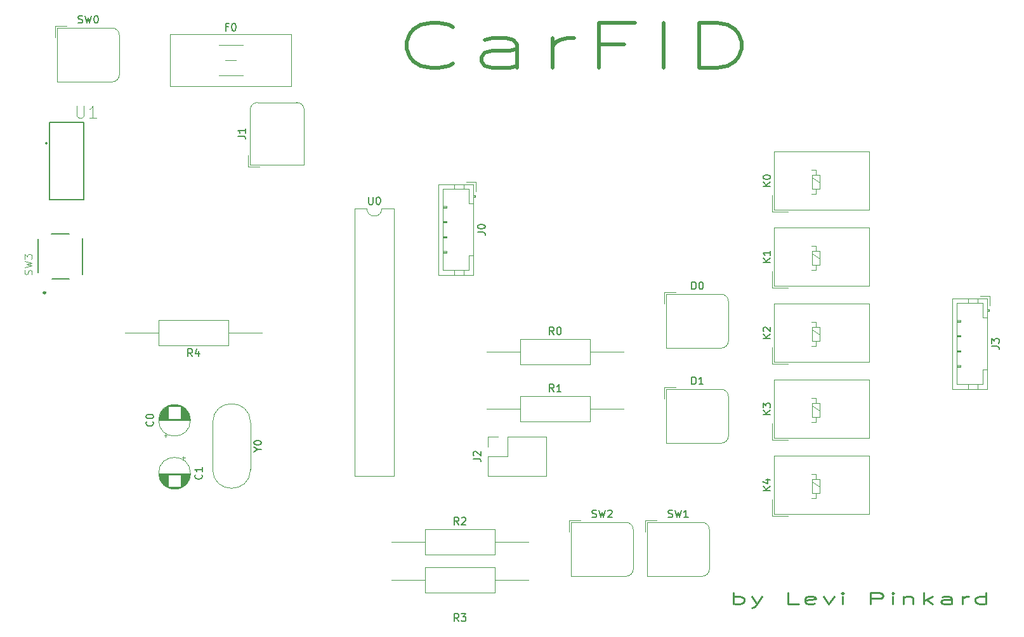
<source format=gbr>
%TF.GenerationSoftware,KiCad,Pcbnew,(5.99.0-7306-g4b2d9a5054)*%
%TF.CreationDate,2020-12-03T04:12:58-05:00*%
%TF.ProjectId,CaRFID,43615246-4944-42e6-9b69-6361645f7063,rev?*%
%TF.SameCoordinates,Original*%
%TF.FileFunction,Legend,Top*%
%TF.FilePolarity,Positive*%
%FSLAX46Y46*%
G04 Gerber Fmt 4.6, Leading zero omitted, Abs format (unit mm)*
G04 Created by KiCad (PCBNEW (5.99.0-7306-g4b2d9a5054)) date 2020-12-03 04:12:58*
%MOMM*%
%LPD*%
G01*
G04 APERTURE LIST*
%ADD10C,0.250000*%
%ADD11C,0.500000*%
%ADD12C,0.015000*%
%ADD13C,0.150000*%
%ADD14C,0.200000*%
%ADD15C,0.152400*%
%ADD16C,0.120000*%
%ADD17C,0.127000*%
%ADD18C,0.300000*%
G04 APERTURE END LIST*
D10*
X112682857Y-125138571D02*
X112682857Y-123638571D01*
X112682857Y-124210000D02*
X112968571Y-124138571D01*
X113540000Y-124138571D01*
X113825714Y-124210000D01*
X113968571Y-124281428D01*
X114111428Y-124424285D01*
X114111428Y-124852857D01*
X113968571Y-124995714D01*
X113825714Y-125067142D01*
X113540000Y-125138571D01*
X112968571Y-125138571D01*
X112682857Y-125067142D01*
X115111428Y-124138571D02*
X115825714Y-125138571D01*
X116540000Y-124138571D02*
X115825714Y-125138571D01*
X115540000Y-125495714D01*
X115397142Y-125567142D01*
X115111428Y-125638571D01*
X121397142Y-125138571D02*
X119968571Y-125138571D01*
X119968571Y-123638571D01*
X123540000Y-125067142D02*
X123254285Y-125138571D01*
X122682857Y-125138571D01*
X122397142Y-125067142D01*
X122254285Y-124924285D01*
X122254285Y-124352857D01*
X122397142Y-124210000D01*
X122682857Y-124138571D01*
X123254285Y-124138571D01*
X123540000Y-124210000D01*
X123682857Y-124352857D01*
X123682857Y-124495714D01*
X122254285Y-124638571D01*
X124682857Y-124138571D02*
X125397142Y-125138571D01*
X126111428Y-124138571D01*
X127254285Y-125138571D02*
X127254285Y-124138571D01*
X127254285Y-123638571D02*
X127111428Y-123710000D01*
X127254285Y-123781428D01*
X127397142Y-123710000D01*
X127254285Y-123638571D01*
X127254285Y-123781428D01*
X130968571Y-125138571D02*
X130968571Y-123638571D01*
X132111428Y-123638571D01*
X132397142Y-123710000D01*
X132540000Y-123781428D01*
X132682857Y-123924285D01*
X132682857Y-124138571D01*
X132540000Y-124281428D01*
X132397142Y-124352857D01*
X132111428Y-124424285D01*
X130968571Y-124424285D01*
X133968571Y-125138571D02*
X133968571Y-124138571D01*
X133968571Y-123638571D02*
X133825714Y-123710000D01*
X133968571Y-123781428D01*
X134111428Y-123710000D01*
X133968571Y-123638571D01*
X133968571Y-123781428D01*
X135397142Y-124138571D02*
X135397142Y-125138571D01*
X135397142Y-124281428D02*
X135540000Y-124210000D01*
X135825714Y-124138571D01*
X136254285Y-124138571D01*
X136540000Y-124210000D01*
X136682857Y-124352857D01*
X136682857Y-125138571D01*
X138111428Y-125138571D02*
X138111428Y-123638571D01*
X138397142Y-124567142D02*
X139254285Y-125138571D01*
X139254285Y-124138571D02*
X138111428Y-124710000D01*
X141825714Y-125138571D02*
X141825714Y-124352857D01*
X141682857Y-124210000D01*
X141397142Y-124138571D01*
X140825714Y-124138571D01*
X140540000Y-124210000D01*
X141825714Y-125067142D02*
X141540000Y-125138571D01*
X140825714Y-125138571D01*
X140540000Y-125067142D01*
X140397142Y-124924285D01*
X140397142Y-124781428D01*
X140540000Y-124638571D01*
X140825714Y-124567142D01*
X141540000Y-124567142D01*
X141825714Y-124495714D01*
X143254285Y-125138571D02*
X143254285Y-124138571D01*
X143254285Y-124424285D02*
X143397142Y-124281428D01*
X143540000Y-124210000D01*
X143825714Y-124138571D01*
X144111428Y-124138571D01*
X146397142Y-125138571D02*
X146397142Y-123638571D01*
X146397142Y-125067142D02*
X146111428Y-125138571D01*
X145540000Y-125138571D01*
X145254285Y-125067142D01*
X145111428Y-124995714D01*
X144968571Y-124852857D01*
X144968571Y-124424285D01*
X145111428Y-124281428D01*
X145254285Y-124210000D01*
X145540000Y-124138571D01*
X146111428Y-124138571D01*
X146397142Y-124210000D01*
D11*
X75249523Y-52942857D02*
X74773333Y-53228571D01*
X73344761Y-53514285D01*
X72392380Y-53514285D01*
X70963809Y-53228571D01*
X70011428Y-52657142D01*
X69535238Y-52085714D01*
X69059047Y-50942857D01*
X69059047Y-50085714D01*
X69535238Y-48942857D01*
X70011428Y-48371428D01*
X70963809Y-47800000D01*
X72392380Y-47514285D01*
X73344761Y-47514285D01*
X74773333Y-47800000D01*
X75249523Y-48085714D01*
X83820952Y-53514285D02*
X83820952Y-50371428D01*
X83344761Y-49800000D01*
X82392380Y-49514285D01*
X80487619Y-49514285D01*
X79535238Y-49800000D01*
X83820952Y-53228571D02*
X82868571Y-53514285D01*
X80487619Y-53514285D01*
X79535238Y-53228571D01*
X79059047Y-52657142D01*
X79059047Y-52085714D01*
X79535238Y-51514285D01*
X80487619Y-51228571D01*
X82868571Y-51228571D01*
X83820952Y-50942857D01*
X88582857Y-53514285D02*
X88582857Y-49514285D01*
X88582857Y-50657142D02*
X89059047Y-50085714D01*
X89535238Y-49800000D01*
X90487619Y-49514285D01*
X91440000Y-49514285D01*
X98106666Y-50371428D02*
X94773333Y-50371428D01*
X94773333Y-53514285D02*
X94773333Y-47514285D01*
X99535238Y-47514285D01*
X103344761Y-53514285D02*
X103344761Y-47514285D01*
X108106666Y-53514285D02*
X108106666Y-47514285D01*
X110487619Y-47514285D01*
X111916190Y-47800000D01*
X112868571Y-48371428D01*
X113344761Y-48942857D01*
X113820952Y-50085714D01*
X113820952Y-50942857D01*
X113344761Y-52085714D01*
X112868571Y-52657142D01*
X111916190Y-53228571D01*
X110487619Y-53514285D01*
X108106666Y-53514285D01*
D12*
%TO.C,U1*%
X25069404Y-58593990D02*
X25069404Y-59922769D01*
X25147567Y-60079096D01*
X25225731Y-60157259D01*
X25382058Y-60235423D01*
X25694712Y-60235423D01*
X25851039Y-60157259D01*
X25929202Y-60079096D01*
X26007366Y-59922769D01*
X26007366Y-58593990D01*
X27648799Y-60235423D02*
X26710837Y-60235423D01*
X27179818Y-60235423D02*
X27179818Y-58593990D01*
X27023491Y-58828480D01*
X26867164Y-58984807D01*
X26710837Y-59062970D01*
D13*
%TO.C,SW0*%
X25256666Y-47504761D02*
X25399523Y-47552380D01*
X25637619Y-47552380D01*
X25732857Y-47504761D01*
X25780476Y-47457142D01*
X25828095Y-47361904D01*
X25828095Y-47266666D01*
X25780476Y-47171428D01*
X25732857Y-47123809D01*
X25637619Y-47076190D01*
X25447142Y-47028571D01*
X25351904Y-46980952D01*
X25304285Y-46933333D01*
X25256666Y-46838095D01*
X25256666Y-46742857D01*
X25304285Y-46647619D01*
X25351904Y-46600000D01*
X25447142Y-46552380D01*
X25685238Y-46552380D01*
X25828095Y-46600000D01*
X26161428Y-46552380D02*
X26399523Y-47552380D01*
X26590000Y-46838095D01*
X26780476Y-47552380D01*
X27018571Y-46552380D01*
X27590000Y-46552380D02*
X27685238Y-46552380D01*
X27780476Y-46600000D01*
X27828095Y-46647619D01*
X27875714Y-46742857D01*
X27923333Y-46933333D01*
X27923333Y-47171428D01*
X27875714Y-47361904D01*
X27828095Y-47457142D01*
X27780476Y-47504761D01*
X27685238Y-47552380D01*
X27590000Y-47552380D01*
X27494761Y-47504761D01*
X27447142Y-47457142D01*
X27399523Y-47361904D01*
X27351904Y-47171428D01*
X27351904Y-46933333D01*
X27399523Y-46742857D01*
X27447142Y-46647619D01*
X27494761Y-46600000D01*
X27590000Y-46552380D01*
%TO.C,SW1*%
X103996666Y-113544761D02*
X104139523Y-113592380D01*
X104377619Y-113592380D01*
X104472857Y-113544761D01*
X104520476Y-113497142D01*
X104568095Y-113401904D01*
X104568095Y-113306666D01*
X104520476Y-113211428D01*
X104472857Y-113163809D01*
X104377619Y-113116190D01*
X104187142Y-113068571D01*
X104091904Y-113020952D01*
X104044285Y-112973333D01*
X103996666Y-112878095D01*
X103996666Y-112782857D01*
X104044285Y-112687619D01*
X104091904Y-112640000D01*
X104187142Y-112592380D01*
X104425238Y-112592380D01*
X104568095Y-112640000D01*
X104901428Y-112592380D02*
X105139523Y-113592380D01*
X105330000Y-112878095D01*
X105520476Y-113592380D01*
X105758571Y-112592380D01*
X106663333Y-113592380D02*
X106091904Y-113592380D01*
X106377619Y-113592380D02*
X106377619Y-112592380D01*
X106282380Y-112735238D01*
X106187142Y-112830476D01*
X106091904Y-112878095D01*
%TO.C,SW2*%
X93836666Y-113544761D02*
X93979523Y-113592380D01*
X94217619Y-113592380D01*
X94312857Y-113544761D01*
X94360476Y-113497142D01*
X94408095Y-113401904D01*
X94408095Y-113306666D01*
X94360476Y-113211428D01*
X94312857Y-113163809D01*
X94217619Y-113116190D01*
X94027142Y-113068571D01*
X93931904Y-113020952D01*
X93884285Y-112973333D01*
X93836666Y-112878095D01*
X93836666Y-112782857D01*
X93884285Y-112687619D01*
X93931904Y-112640000D01*
X94027142Y-112592380D01*
X94265238Y-112592380D01*
X94408095Y-112640000D01*
X94741428Y-112592380D02*
X94979523Y-113592380D01*
X95170000Y-112878095D01*
X95360476Y-113592380D01*
X95598571Y-112592380D01*
X95931904Y-112687619D02*
X95979523Y-112640000D01*
X96074761Y-112592380D01*
X96312857Y-112592380D01*
X96408095Y-112640000D01*
X96455714Y-112687619D01*
X96503333Y-112782857D01*
X96503333Y-112878095D01*
X96455714Y-113020952D01*
X95884285Y-113592380D01*
X96503333Y-113592380D01*
%TO.C,D0*%
X107131904Y-83112380D02*
X107131904Y-82112380D01*
X107370000Y-82112380D01*
X107512857Y-82160000D01*
X107608095Y-82255238D01*
X107655714Y-82350476D01*
X107703333Y-82540952D01*
X107703333Y-82683809D01*
X107655714Y-82874285D01*
X107608095Y-82969523D01*
X107512857Y-83064761D01*
X107370000Y-83112380D01*
X107131904Y-83112380D01*
X108322380Y-82112380D02*
X108417619Y-82112380D01*
X108512857Y-82160000D01*
X108560476Y-82207619D01*
X108608095Y-82302857D01*
X108655714Y-82493333D01*
X108655714Y-82731428D01*
X108608095Y-82921904D01*
X108560476Y-83017142D01*
X108512857Y-83064761D01*
X108417619Y-83112380D01*
X108322380Y-83112380D01*
X108227142Y-83064761D01*
X108179523Y-83017142D01*
X108131904Y-82921904D01*
X108084285Y-82731428D01*
X108084285Y-82493333D01*
X108131904Y-82302857D01*
X108179523Y-82207619D01*
X108227142Y-82160000D01*
X108322380Y-82112380D01*
%TO.C,D1*%
X107131904Y-95812380D02*
X107131904Y-94812380D01*
X107370000Y-94812380D01*
X107512857Y-94860000D01*
X107608095Y-94955238D01*
X107655714Y-95050476D01*
X107703333Y-95240952D01*
X107703333Y-95383809D01*
X107655714Y-95574285D01*
X107608095Y-95669523D01*
X107512857Y-95764761D01*
X107370000Y-95812380D01*
X107131904Y-95812380D01*
X108655714Y-95812380D02*
X108084285Y-95812380D01*
X108370000Y-95812380D02*
X108370000Y-94812380D01*
X108274761Y-94955238D01*
X108179523Y-95050476D01*
X108084285Y-95098095D01*
%TO.C,J1*%
X46552380Y-62643333D02*
X47266666Y-62643333D01*
X47409523Y-62690952D01*
X47504761Y-62786190D01*
X47552380Y-62929047D01*
X47552380Y-63024285D01*
X47552380Y-61643333D02*
X47552380Y-62214761D01*
X47552380Y-61929047D02*
X46552380Y-61929047D01*
X46695238Y-62024285D01*
X46790476Y-62119523D01*
X46838095Y-62214761D01*
%TO.C,C0*%
X35207142Y-100766666D02*
X35254761Y-100814285D01*
X35302380Y-100957142D01*
X35302380Y-101052380D01*
X35254761Y-101195238D01*
X35159523Y-101290476D01*
X35064285Y-101338095D01*
X34873809Y-101385714D01*
X34730952Y-101385714D01*
X34540476Y-101338095D01*
X34445238Y-101290476D01*
X34350000Y-101195238D01*
X34302380Y-101052380D01*
X34302380Y-100957142D01*
X34350000Y-100814285D01*
X34397619Y-100766666D01*
X34302380Y-100147619D02*
X34302380Y-100052380D01*
X34350000Y-99957142D01*
X34397619Y-99909523D01*
X34492857Y-99861904D01*
X34683333Y-99814285D01*
X34921428Y-99814285D01*
X35111904Y-99861904D01*
X35207142Y-99909523D01*
X35254761Y-99957142D01*
X35302380Y-100052380D01*
X35302380Y-100147619D01*
X35254761Y-100242857D01*
X35207142Y-100290476D01*
X35111904Y-100338095D01*
X34921428Y-100385714D01*
X34683333Y-100385714D01*
X34492857Y-100338095D01*
X34397619Y-100290476D01*
X34350000Y-100242857D01*
X34302380Y-100147619D01*
%TO.C,K2*%
X117632380Y-89678095D02*
X116632380Y-89678095D01*
X117632380Y-89106666D02*
X117060952Y-89535238D01*
X116632380Y-89106666D02*
X117203809Y-89678095D01*
X116727619Y-88725714D02*
X116680000Y-88678095D01*
X116632380Y-88582857D01*
X116632380Y-88344761D01*
X116680000Y-88249523D01*
X116727619Y-88201904D01*
X116822857Y-88154285D01*
X116918095Y-88154285D01*
X117060952Y-88201904D01*
X117632380Y-88773333D01*
X117632380Y-88154285D01*
%TO.C,K0*%
X117632380Y-69358095D02*
X116632380Y-69358095D01*
X117632380Y-68786666D02*
X117060952Y-69215238D01*
X116632380Y-68786666D02*
X117203809Y-69358095D01*
X116632380Y-68167619D02*
X116632380Y-68072380D01*
X116680000Y-67977142D01*
X116727619Y-67929523D01*
X116822857Y-67881904D01*
X117013333Y-67834285D01*
X117251428Y-67834285D01*
X117441904Y-67881904D01*
X117537142Y-67929523D01*
X117584761Y-67977142D01*
X117632380Y-68072380D01*
X117632380Y-68167619D01*
X117584761Y-68262857D01*
X117537142Y-68310476D01*
X117441904Y-68358095D01*
X117251428Y-68405714D01*
X117013333Y-68405714D01*
X116822857Y-68358095D01*
X116727619Y-68310476D01*
X116680000Y-68262857D01*
X116632380Y-68167619D01*
%TO.C,J2*%
X77962380Y-105743333D02*
X78676666Y-105743333D01*
X78819523Y-105790952D01*
X78914761Y-105886190D01*
X78962380Y-106029047D01*
X78962380Y-106124285D01*
X78057619Y-105314761D02*
X78010000Y-105267142D01*
X77962380Y-105171904D01*
X77962380Y-104933809D01*
X78010000Y-104838571D01*
X78057619Y-104790952D01*
X78152857Y-104743333D01*
X78248095Y-104743333D01*
X78390952Y-104790952D01*
X78962380Y-105362380D01*
X78962380Y-104743333D01*
%TO.C,K4*%
X117632380Y-109998095D02*
X116632380Y-109998095D01*
X117632380Y-109426666D02*
X117060952Y-109855238D01*
X116632380Y-109426666D02*
X117203809Y-109998095D01*
X116965714Y-108569523D02*
X117632380Y-108569523D01*
X116584761Y-108807619D02*
X117299047Y-109045714D01*
X117299047Y-108426666D01*
%TO.C,U0*%
X64008095Y-70782380D02*
X64008095Y-71591904D01*
X64055714Y-71687142D01*
X64103333Y-71734761D01*
X64198571Y-71782380D01*
X64389047Y-71782380D01*
X64484285Y-71734761D01*
X64531904Y-71687142D01*
X64579523Y-71591904D01*
X64579523Y-70782380D01*
X65246190Y-70782380D02*
X65341428Y-70782380D01*
X65436666Y-70830000D01*
X65484285Y-70877619D01*
X65531904Y-70972857D01*
X65579523Y-71163333D01*
X65579523Y-71401428D01*
X65531904Y-71591904D01*
X65484285Y-71687142D01*
X65436666Y-71734761D01*
X65341428Y-71782380D01*
X65246190Y-71782380D01*
X65150952Y-71734761D01*
X65103333Y-71687142D01*
X65055714Y-71591904D01*
X65008095Y-71401428D01*
X65008095Y-71163333D01*
X65055714Y-70972857D01*
X65103333Y-70877619D01*
X65150952Y-70830000D01*
X65246190Y-70782380D01*
%TO.C,R2*%
X76033333Y-114572380D02*
X75700000Y-114096190D01*
X75461904Y-114572380D02*
X75461904Y-113572380D01*
X75842857Y-113572380D01*
X75938095Y-113620000D01*
X75985714Y-113667619D01*
X76033333Y-113762857D01*
X76033333Y-113905714D01*
X75985714Y-114000952D01*
X75938095Y-114048571D01*
X75842857Y-114096190D01*
X75461904Y-114096190D01*
X76414285Y-113667619D02*
X76461904Y-113620000D01*
X76557142Y-113572380D01*
X76795238Y-113572380D01*
X76890476Y-113620000D01*
X76938095Y-113667619D01*
X76985714Y-113762857D01*
X76985714Y-113858095D01*
X76938095Y-114000952D01*
X76366666Y-114572380D01*
X76985714Y-114572380D01*
%TO.C,R4*%
X40473333Y-92072380D02*
X40140000Y-91596190D01*
X39901904Y-92072380D02*
X39901904Y-91072380D01*
X40282857Y-91072380D01*
X40378095Y-91120000D01*
X40425714Y-91167619D01*
X40473333Y-91262857D01*
X40473333Y-91405714D01*
X40425714Y-91500952D01*
X40378095Y-91548571D01*
X40282857Y-91596190D01*
X39901904Y-91596190D01*
X41330476Y-91405714D02*
X41330476Y-92072380D01*
X41092380Y-91024761D02*
X40854285Y-91739047D01*
X41473333Y-91739047D01*
%TO.C,K1*%
X117632380Y-79518095D02*
X116632380Y-79518095D01*
X117632380Y-78946666D02*
X117060952Y-79375238D01*
X116632380Y-78946666D02*
X117203809Y-79518095D01*
X117632380Y-77994285D02*
X117632380Y-78565714D01*
X117632380Y-78280000D02*
X116632380Y-78280000D01*
X116775238Y-78375238D01*
X116870476Y-78470476D01*
X116918095Y-78565714D01*
%TO.C,R0*%
X88733333Y-89172380D02*
X88400000Y-88696190D01*
X88161904Y-89172380D02*
X88161904Y-88172380D01*
X88542857Y-88172380D01*
X88638095Y-88220000D01*
X88685714Y-88267619D01*
X88733333Y-88362857D01*
X88733333Y-88505714D01*
X88685714Y-88600952D01*
X88638095Y-88648571D01*
X88542857Y-88696190D01*
X88161904Y-88696190D01*
X89352380Y-88172380D02*
X89447619Y-88172380D01*
X89542857Y-88220000D01*
X89590476Y-88267619D01*
X89638095Y-88362857D01*
X89685714Y-88553333D01*
X89685714Y-88791428D01*
X89638095Y-88981904D01*
X89590476Y-89077142D01*
X89542857Y-89124761D01*
X89447619Y-89172380D01*
X89352380Y-89172380D01*
X89257142Y-89124761D01*
X89209523Y-89077142D01*
X89161904Y-88981904D01*
X89114285Y-88791428D01*
X89114285Y-88553333D01*
X89161904Y-88362857D01*
X89209523Y-88267619D01*
X89257142Y-88220000D01*
X89352380Y-88172380D01*
%TO.C,J3*%
X147132380Y-90693333D02*
X147846666Y-90693333D01*
X147989523Y-90740952D01*
X148084761Y-90836190D01*
X148132380Y-90979047D01*
X148132380Y-91074285D01*
X147132380Y-90312380D02*
X147132380Y-89693333D01*
X147513333Y-90026666D01*
X147513333Y-89883809D01*
X147560952Y-89788571D01*
X147608571Y-89740952D01*
X147703809Y-89693333D01*
X147941904Y-89693333D01*
X148037142Y-89740952D01*
X148084761Y-89788571D01*
X148132380Y-89883809D01*
X148132380Y-90169523D01*
X148084761Y-90264761D01*
X148037142Y-90312380D01*
%TO.C,F0*%
X45266666Y-48058571D02*
X44933333Y-48058571D01*
X44933333Y-48582380D02*
X44933333Y-47582380D01*
X45409523Y-47582380D01*
X45980952Y-47582380D02*
X46076190Y-47582380D01*
X46171428Y-47630000D01*
X46219047Y-47677619D01*
X46266666Y-47772857D01*
X46314285Y-47963333D01*
X46314285Y-48201428D01*
X46266666Y-48391904D01*
X46219047Y-48487142D01*
X46171428Y-48534761D01*
X46076190Y-48582380D01*
X45980952Y-48582380D01*
X45885714Y-48534761D01*
X45838095Y-48487142D01*
X45790476Y-48391904D01*
X45742857Y-48201428D01*
X45742857Y-47963333D01*
X45790476Y-47772857D01*
X45838095Y-47677619D01*
X45885714Y-47630000D01*
X45980952Y-47582380D01*
%TO.C,R3*%
X76033333Y-127452380D02*
X75700000Y-126976190D01*
X75461904Y-127452380D02*
X75461904Y-126452380D01*
X75842857Y-126452380D01*
X75938095Y-126500000D01*
X75985714Y-126547619D01*
X76033333Y-126642857D01*
X76033333Y-126785714D01*
X75985714Y-126880952D01*
X75938095Y-126928571D01*
X75842857Y-126976190D01*
X75461904Y-126976190D01*
X76366666Y-126452380D02*
X76985714Y-126452380D01*
X76652380Y-126833333D01*
X76795238Y-126833333D01*
X76890476Y-126880952D01*
X76938095Y-126928571D01*
X76985714Y-127023809D01*
X76985714Y-127261904D01*
X76938095Y-127357142D01*
X76890476Y-127404761D01*
X76795238Y-127452380D01*
X76509523Y-127452380D01*
X76414285Y-127404761D01*
X76366666Y-127357142D01*
D12*
%TO.C,SW3*%
X19027241Y-81101273D02*
X19074860Y-80958416D01*
X19074860Y-80720320D01*
X19027241Y-80625082D01*
X18979622Y-80577463D01*
X18884384Y-80529844D01*
X18789146Y-80529844D01*
X18693908Y-80577463D01*
X18646289Y-80625082D01*
X18598670Y-80720320D01*
X18551051Y-80910797D01*
X18503432Y-81006035D01*
X18455813Y-81053654D01*
X18360575Y-81101273D01*
X18265337Y-81101273D01*
X18170099Y-81053654D01*
X18122480Y-81006035D01*
X18074860Y-80910797D01*
X18074860Y-80672701D01*
X18122480Y-80529844D01*
X18074860Y-80196511D02*
X19074860Y-79958416D01*
X18360575Y-79767940D01*
X19074860Y-79577463D01*
X18074860Y-79339368D01*
X18074860Y-79053654D02*
X18074860Y-78434606D01*
X18455813Y-78767940D01*
X18455813Y-78625082D01*
X18503432Y-78529844D01*
X18551051Y-78482225D01*
X18646289Y-78434606D01*
X18884384Y-78434606D01*
X18979622Y-78482225D01*
X19027241Y-78529844D01*
X19074860Y-78625082D01*
X19074860Y-78910797D01*
X19027241Y-79006035D01*
X18979622Y-79053654D01*
D13*
%TO.C,R1*%
X88733333Y-96792380D02*
X88400000Y-96316190D01*
X88161904Y-96792380D02*
X88161904Y-95792380D01*
X88542857Y-95792380D01*
X88638095Y-95840000D01*
X88685714Y-95887619D01*
X88733333Y-95982857D01*
X88733333Y-96125714D01*
X88685714Y-96220952D01*
X88638095Y-96268571D01*
X88542857Y-96316190D01*
X88161904Y-96316190D01*
X89685714Y-96792380D02*
X89114285Y-96792380D01*
X89400000Y-96792380D02*
X89400000Y-95792380D01*
X89304761Y-95935238D01*
X89209523Y-96030476D01*
X89114285Y-96078095D01*
%TO.C,K3*%
X117632380Y-99838095D02*
X116632380Y-99838095D01*
X117632380Y-99266666D02*
X117060952Y-99695238D01*
X116632380Y-99266666D02*
X117203809Y-99838095D01*
X116632380Y-98933333D02*
X116632380Y-98314285D01*
X117013333Y-98647619D01*
X117013333Y-98504761D01*
X117060952Y-98409523D01*
X117108571Y-98361904D01*
X117203809Y-98314285D01*
X117441904Y-98314285D01*
X117537142Y-98361904D01*
X117584761Y-98409523D01*
X117632380Y-98504761D01*
X117632380Y-98790476D01*
X117584761Y-98885714D01*
X117537142Y-98933333D01*
%TO.C,J0*%
X78552380Y-75453333D02*
X79266666Y-75453333D01*
X79409523Y-75500952D01*
X79504761Y-75596190D01*
X79552380Y-75739047D01*
X79552380Y-75834285D01*
X78552380Y-74786666D02*
X78552380Y-74691428D01*
X78600000Y-74596190D01*
X78647619Y-74548571D01*
X78742857Y-74500952D01*
X78933333Y-74453333D01*
X79171428Y-74453333D01*
X79361904Y-74500952D01*
X79457142Y-74548571D01*
X79504761Y-74596190D01*
X79552380Y-74691428D01*
X79552380Y-74786666D01*
X79504761Y-74881904D01*
X79457142Y-74929523D01*
X79361904Y-74977142D01*
X79171428Y-75024761D01*
X78933333Y-75024761D01*
X78742857Y-74977142D01*
X78647619Y-74929523D01*
X78600000Y-74881904D01*
X78552380Y-74786666D01*
%TO.C,Y0*%
X49221190Y-104516190D02*
X49697380Y-104516190D01*
X48697380Y-104849523D02*
X49221190Y-104516190D01*
X48697380Y-104182857D01*
X48697380Y-103659047D02*
X48697380Y-103563809D01*
X48745000Y-103468571D01*
X48792619Y-103420952D01*
X48887857Y-103373333D01*
X49078333Y-103325714D01*
X49316428Y-103325714D01*
X49506904Y-103373333D01*
X49602142Y-103420952D01*
X49649761Y-103468571D01*
X49697380Y-103563809D01*
X49697380Y-103659047D01*
X49649761Y-103754285D01*
X49602142Y-103801904D01*
X49506904Y-103849523D01*
X49316428Y-103897142D01*
X49078333Y-103897142D01*
X48887857Y-103849523D01*
X48792619Y-103801904D01*
X48745000Y-103754285D01*
X48697380Y-103659047D01*
%TO.C,C1*%
X41707142Y-107846666D02*
X41754761Y-107894285D01*
X41802380Y-108037142D01*
X41802380Y-108132380D01*
X41754761Y-108275238D01*
X41659523Y-108370476D01*
X41564285Y-108418095D01*
X41373809Y-108465714D01*
X41230952Y-108465714D01*
X41040476Y-108418095D01*
X40945238Y-108370476D01*
X40850000Y-108275238D01*
X40802380Y-108132380D01*
X40802380Y-108037142D01*
X40850000Y-107894285D01*
X40897619Y-107846666D01*
X41802380Y-106894285D02*
X41802380Y-107465714D01*
X41802380Y-107180000D02*
X40802380Y-107180000D01*
X40945238Y-107275238D01*
X41040476Y-107370476D01*
X41088095Y-107465714D01*
D14*
%TO.C,U1*%
X21121803Y-63590000D02*
G75*
G03*
X21121803Y-63590000I-111803J0D01*
G01*
D15*
X21410000Y-71140000D02*
X21410000Y-60833000D01*
X26010000Y-71140000D02*
X21410000Y-71140000D01*
X26010000Y-60833000D02*
X26010000Y-71140000D01*
X21410000Y-60833000D02*
X26010000Y-60833000D01*
D16*
%TO.C,SW0*%
X22190000Y-47950000D02*
X23690000Y-47950000D01*
X30750000Y-49190000D02*
X30750000Y-54410000D01*
X29750000Y-48190000D02*
X22430000Y-48190000D01*
X22430000Y-55410000D02*
X29750000Y-55410000D01*
X22430000Y-48190000D02*
X22430000Y-55410000D01*
X22190000Y-49450000D02*
X22190000Y-47950000D01*
X30750000Y-49190000D02*
G75*
G03*
X29750000Y-48190000I-1000000J0D01*
G01*
X29750000Y-55410000D02*
G75*
G03*
X30750000Y-54410000I0J1000000D01*
G01*
%TO.C,SW1*%
X100930000Y-115490000D02*
X100930000Y-113990000D01*
X108490000Y-114230000D02*
X101170000Y-114230000D01*
X109490000Y-115230000D02*
X109490000Y-120450000D01*
X100930000Y-113990000D02*
X102430000Y-113990000D01*
X101170000Y-121450000D02*
X108490000Y-121450000D01*
X101170000Y-114230000D02*
X101170000Y-121450000D01*
X108490000Y-121450000D02*
G75*
G03*
X109490000Y-120450000I0J1000000D01*
G01*
X109490000Y-115230000D02*
G75*
G03*
X108490000Y-114230000I-1000000J0D01*
G01*
%TO.C,SW2*%
X98330000Y-114230000D02*
X91010000Y-114230000D01*
X91010000Y-114230000D02*
X91010000Y-121450000D01*
X91010000Y-121450000D02*
X98330000Y-121450000D01*
X99330000Y-115230000D02*
X99330000Y-120450000D01*
X90770000Y-115490000D02*
X90770000Y-113990000D01*
X90770000Y-113990000D02*
X92270000Y-113990000D01*
X99330000Y-115230000D02*
G75*
G03*
X98330000Y-114230000I-1000000J0D01*
G01*
X98330000Y-121450000D02*
G75*
G03*
X99330000Y-120450000I0J1000000D01*
G01*
%TO.C,D0*%
X103470000Y-85010000D02*
X103470000Y-83510000D01*
X111030000Y-83750000D02*
X103710000Y-83750000D01*
X103710000Y-90970000D02*
X111030000Y-90970000D01*
X112030000Y-84750000D02*
X112030000Y-89970000D01*
X103710000Y-83750000D02*
X103710000Y-90970000D01*
X103470000Y-83510000D02*
X104970000Y-83510000D01*
X111030000Y-90970000D02*
G75*
G03*
X112030000Y-89970000I0J1000000D01*
G01*
X112030000Y-84750000D02*
G75*
G03*
X111030000Y-83750000I-1000000J0D01*
G01*
%TO.C,D1*%
X103470000Y-97710000D02*
X103470000Y-96210000D01*
X103710000Y-96450000D02*
X103710000Y-103670000D01*
X103470000Y-96210000D02*
X104970000Y-96210000D01*
X111030000Y-96450000D02*
X103710000Y-96450000D01*
X103710000Y-103670000D02*
X111030000Y-103670000D01*
X112030000Y-97450000D02*
X112030000Y-102670000D01*
X112030000Y-97450000D02*
G75*
G03*
X111030000Y-96450000I-1000000J0D01*
G01*
X111030000Y-103670000D02*
G75*
G03*
X112030000Y-102670000I0J1000000D01*
G01*
%TO.C,J1*%
X48190000Y-59150000D02*
X48190000Y-66470000D01*
X49190000Y-58150000D02*
X54410000Y-58150000D01*
X47950000Y-66710000D02*
X47950000Y-65210000D01*
X55410000Y-66470000D02*
X55410000Y-59150000D01*
X49450000Y-66710000D02*
X47950000Y-66710000D01*
X48190000Y-66470000D02*
X55410000Y-66470000D01*
X55410000Y-59150000D02*
G75*
G03*
X54410000Y-58150000I-1000000J0D01*
G01*
X49190000Y-58150000D02*
G75*
G03*
X48190000Y-59150000I0J-1000000D01*
G01*
%TO.C,C0*%
X38940000Y-99879000D02*
X40054000Y-99879000D01*
X36481000Y-99279000D02*
X37260000Y-99279000D01*
X36292000Y-99559000D02*
X37260000Y-99559000D01*
X38940000Y-99399000D02*
X39808000Y-99399000D01*
X36038000Y-100320000D02*
X37260000Y-100320000D01*
X38940000Y-100120000D02*
X40125000Y-100120000D01*
X38940000Y-99439000D02*
X39835000Y-99439000D01*
X37020000Y-98799000D02*
X37260000Y-98799000D01*
X36705000Y-102669801D02*
X37105000Y-102669801D01*
X38940000Y-99039000D02*
X39496000Y-99039000D01*
X37563000Y-98559000D02*
X38637000Y-98559000D01*
X36023000Y-100480000D02*
X40177000Y-100480000D01*
X36044000Y-100280000D02*
X37260000Y-100280000D01*
X38940000Y-99759000D02*
X40007000Y-99759000D01*
X36905000Y-102869801D02*
X36905000Y-102469801D01*
X36020000Y-100560000D02*
X40180000Y-100560000D01*
X36106000Y-100000000D02*
X37260000Y-100000000D01*
X36249000Y-99639000D02*
X37260000Y-99639000D01*
X38940000Y-98919000D02*
X39354000Y-98919000D01*
X38940000Y-99960000D02*
X40082000Y-99960000D01*
X37160000Y-98719000D02*
X39040000Y-98719000D01*
X37087000Y-98759000D02*
X39113000Y-98759000D01*
X36365000Y-99439000D02*
X37260000Y-99439000D01*
X37730000Y-98519000D02*
X38470000Y-98519000D01*
X36420000Y-99359000D02*
X37260000Y-99359000D01*
X36704000Y-99039000D02*
X37260000Y-99039000D01*
X36270000Y-99599000D02*
X37260000Y-99599000D01*
X38940000Y-99359000D02*
X39780000Y-99359000D01*
X36095000Y-100040000D02*
X37260000Y-100040000D01*
X38940000Y-100320000D02*
X40162000Y-100320000D01*
X38940000Y-99159000D02*
X39616000Y-99159000D01*
X38940000Y-99119000D02*
X39578000Y-99119000D01*
X38940000Y-100000000D02*
X40094000Y-100000000D01*
X36021000Y-100520000D02*
X40179000Y-100520000D01*
X36548000Y-99199000D02*
X37260000Y-99199000D01*
X38940000Y-98879000D02*
X39300000Y-98879000D01*
X36058000Y-100200000D02*
X37260000Y-100200000D01*
X38940000Y-100400000D02*
X40171000Y-100400000D01*
X38940000Y-99199000D02*
X39652000Y-99199000D01*
X36622000Y-99119000D02*
X37260000Y-99119000D01*
X36900000Y-98879000D02*
X37260000Y-98879000D01*
X37241000Y-98679000D02*
X38959000Y-98679000D01*
X38940000Y-99319000D02*
X39750000Y-99319000D01*
X38940000Y-100280000D02*
X40156000Y-100280000D01*
X37332000Y-98639000D02*
X38868000Y-98639000D01*
X38940000Y-98959000D02*
X39404000Y-98959000D01*
X38940000Y-99239000D02*
X39687000Y-99239000D01*
X36392000Y-99399000D02*
X37260000Y-99399000D01*
X38940000Y-100160000D02*
X40134000Y-100160000D01*
X36584000Y-99159000D02*
X37260000Y-99159000D01*
X36066000Y-100160000D02*
X37260000Y-100160000D01*
X38940000Y-99799000D02*
X40024000Y-99799000D01*
X36146000Y-99879000D02*
X37260000Y-99879000D01*
X38940000Y-99279000D02*
X39719000Y-99279000D01*
X36193000Y-99759000D02*
X37260000Y-99759000D01*
X36340000Y-99479000D02*
X37260000Y-99479000D01*
X38940000Y-100200000D02*
X40142000Y-100200000D01*
X36033000Y-100360000D02*
X37260000Y-100360000D01*
X36315000Y-99519000D02*
X37260000Y-99519000D01*
X38940000Y-100360000D02*
X40167000Y-100360000D01*
X36026000Y-100440000D02*
X40174000Y-100440000D01*
X36176000Y-99799000D02*
X37260000Y-99799000D01*
X38940000Y-99679000D02*
X39970000Y-99679000D01*
X38940000Y-99920000D02*
X40068000Y-99920000D01*
X36958000Y-98839000D02*
X37260000Y-98839000D01*
X36160000Y-99839000D02*
X37260000Y-99839000D01*
X36796000Y-98959000D02*
X37260000Y-98959000D01*
X38940000Y-99079000D02*
X39538000Y-99079000D01*
X36132000Y-99920000D02*
X37260000Y-99920000D01*
X38940000Y-98799000D02*
X39180000Y-98799000D01*
X36050000Y-100240000D02*
X37260000Y-100240000D01*
X38940000Y-100040000D02*
X40105000Y-100040000D01*
X36450000Y-99319000D02*
X37260000Y-99319000D01*
X38940000Y-99599000D02*
X39930000Y-99599000D01*
X36513000Y-99239000D02*
X37260000Y-99239000D01*
X38940000Y-100080000D02*
X40116000Y-100080000D01*
X38940000Y-99519000D02*
X39885000Y-99519000D01*
X36662000Y-99079000D02*
X37260000Y-99079000D01*
X38940000Y-98999000D02*
X39451000Y-98999000D01*
X38940000Y-100240000D02*
X40150000Y-100240000D01*
X36749000Y-98999000D02*
X37260000Y-98999000D01*
X38940000Y-98839000D02*
X39242000Y-98839000D01*
X38940000Y-99559000D02*
X39908000Y-99559000D01*
X36084000Y-100080000D02*
X37260000Y-100080000D01*
X36211000Y-99719000D02*
X37260000Y-99719000D01*
X38940000Y-99719000D02*
X39989000Y-99719000D01*
X36230000Y-99679000D02*
X37260000Y-99679000D01*
X36020000Y-100600000D02*
X40180000Y-100600000D01*
X38940000Y-99839000D02*
X40040000Y-99839000D01*
X38940000Y-99639000D02*
X39951000Y-99639000D01*
X37436000Y-98599000D02*
X38764000Y-98599000D01*
X36029000Y-100400000D02*
X37260000Y-100400000D01*
X36075000Y-100120000D02*
X37260000Y-100120000D01*
X36118000Y-99960000D02*
X37260000Y-99960000D01*
X38940000Y-99479000D02*
X39860000Y-99479000D01*
X36846000Y-98919000D02*
X37260000Y-98919000D01*
X40220000Y-100600000D02*
G75*
G03*
X40220000Y-100600000I-2120000J0D01*
G01*
%TO.C,K2*%
X130780000Y-85040000D02*
X130780000Y-92840000D01*
X118080000Y-85040000D02*
X130780000Y-85040000D01*
X117880000Y-93040000D02*
X117880000Y-90840000D01*
X123190000Y-90018000D02*
X124206000Y-90018000D01*
X123063000Y-87478000D02*
X123698000Y-87478000D01*
X118080000Y-92840000D02*
X118080000Y-85040000D01*
X130780000Y-92840000D02*
X118080000Y-92840000D01*
X123190000Y-88113000D02*
X123190000Y-90018000D01*
X123698000Y-87478000D02*
X123698000Y-88113000D01*
X119980000Y-93040000D02*
X117880000Y-93040000D01*
X123190000Y-88113000D02*
X124206000Y-88113000D01*
X123063000Y-90678000D02*
X123698000Y-90678000D01*
X123698000Y-90678000D02*
X123698000Y-90018000D01*
X123190000Y-88494000D02*
X124206000Y-89129000D01*
X124206000Y-90018000D02*
X124206000Y-88113000D01*
%TO.C,K0*%
X123190000Y-67793000D02*
X124206000Y-67793000D01*
X123063000Y-70358000D02*
X123698000Y-70358000D01*
X118080000Y-72520000D02*
X118080000Y-64720000D01*
X117880000Y-72720000D02*
X117880000Y-70520000D01*
X123698000Y-67158000D02*
X123698000Y-67793000D01*
X130780000Y-64720000D02*
X130780000Y-72520000D01*
X123698000Y-70358000D02*
X123698000Y-69698000D01*
X123190000Y-67793000D02*
X123190000Y-69698000D01*
X130780000Y-72520000D02*
X118080000Y-72520000D01*
X123063000Y-67158000D02*
X123698000Y-67158000D01*
X118080000Y-64720000D02*
X130780000Y-64720000D01*
X124206000Y-69698000D02*
X124206000Y-67793000D01*
X119980000Y-72720000D02*
X117880000Y-72720000D01*
X123190000Y-68174000D02*
X124206000Y-68809000D01*
X123190000Y-69698000D02*
X124206000Y-69698000D01*
%TO.C,J2*%
X79950000Y-104140000D02*
X79950000Y-102810000D01*
X79950000Y-105410000D02*
X82550000Y-105410000D01*
X82550000Y-102810000D02*
X87690000Y-102810000D01*
X87690000Y-108010000D02*
X87690000Y-102810000D01*
X79950000Y-102810000D02*
X81280000Y-102810000D01*
X79950000Y-108010000D02*
X87690000Y-108010000D01*
X79950000Y-108010000D02*
X79950000Y-105410000D01*
X82550000Y-105410000D02*
X82550000Y-102810000D01*
%TO.C,K4*%
X123190000Y-108433000D02*
X123190000Y-110338000D01*
X118080000Y-105360000D02*
X130780000Y-105360000D01*
X130780000Y-105360000D02*
X130780000Y-113160000D01*
X123698000Y-110998000D02*
X123698000Y-110338000D01*
X123190000Y-110338000D02*
X124206000Y-110338000D01*
X123190000Y-108433000D02*
X124206000Y-108433000D01*
X124206000Y-110338000D02*
X124206000Y-108433000D01*
X123190000Y-108814000D02*
X124206000Y-109449000D01*
X130780000Y-113160000D02*
X118080000Y-113160000D01*
X117880000Y-113360000D02*
X117880000Y-111160000D01*
X123063000Y-110998000D02*
X123698000Y-110998000D01*
X119980000Y-113360000D02*
X117880000Y-113360000D01*
X118080000Y-113160000D02*
X118080000Y-105360000D01*
X123698000Y-107798000D02*
X123698000Y-108433000D01*
X123063000Y-107798000D02*
X123698000Y-107798000D01*
%TO.C,U0*%
X62120000Y-72330000D02*
X62120000Y-108010000D01*
X62120000Y-108010000D02*
X67420000Y-108010000D01*
X67420000Y-108010000D02*
X67420000Y-72330000D01*
X67420000Y-72330000D02*
X65770000Y-72330000D01*
X63770000Y-72330000D02*
X62120000Y-72330000D01*
X65770000Y-72330000D02*
G75*
G02*
X63770000Y-72330000I-1000000J0D01*
G01*
%TO.C,R2*%
X67080000Y-116840000D02*
X71580000Y-116840000D01*
X85320000Y-116840000D02*
X80820000Y-116840000D01*
X71580000Y-118560000D02*
X80820000Y-118560000D01*
X80820000Y-115120000D02*
X71580000Y-115120000D01*
X80820000Y-118560000D02*
X80820000Y-115120000D01*
X71580000Y-115120000D02*
X71580000Y-118560000D01*
%TO.C,R4*%
X36020000Y-90620000D02*
X45260000Y-90620000D01*
X36020000Y-87180000D02*
X36020000Y-90620000D01*
X49760000Y-88900000D02*
X45260000Y-88900000D01*
X45260000Y-90620000D02*
X45260000Y-87180000D01*
X31520000Y-88900000D02*
X36020000Y-88900000D01*
X45260000Y-87180000D02*
X36020000Y-87180000D01*
%TO.C,K1*%
X118080000Y-74880000D02*
X130780000Y-74880000D01*
X130780000Y-74880000D02*
X130780000Y-82680000D01*
X123698000Y-80518000D02*
X123698000Y-79858000D01*
X123063000Y-80518000D02*
X123698000Y-80518000D01*
X123063000Y-77318000D02*
X123698000Y-77318000D01*
X123190000Y-77953000D02*
X123190000Y-79858000D01*
X123698000Y-77318000D02*
X123698000Y-77953000D01*
X119980000Y-82880000D02*
X117880000Y-82880000D01*
X124206000Y-79858000D02*
X124206000Y-77953000D01*
X123190000Y-77953000D02*
X124206000Y-77953000D01*
X130780000Y-82680000D02*
X118080000Y-82680000D01*
X123190000Y-78334000D02*
X124206000Y-78969000D01*
X118080000Y-82680000D02*
X118080000Y-74880000D01*
X123190000Y-79858000D02*
X124206000Y-79858000D01*
X117880000Y-82880000D02*
X117880000Y-80680000D01*
%TO.C,R0*%
X98020000Y-91440000D02*
X93520000Y-91440000D01*
X79780000Y-91440000D02*
X84280000Y-91440000D01*
X84280000Y-89720000D02*
X84280000Y-93160000D01*
X84280000Y-93160000D02*
X93520000Y-93160000D01*
X93520000Y-93160000D02*
X93520000Y-89720000D01*
X93520000Y-89720000D02*
X84280000Y-89720000D01*
%TO.C,J3*%
X146790000Y-85760000D02*
X146590000Y-85760000D01*
X142480000Y-84910000D02*
X142480000Y-95810000D01*
X145980000Y-93860000D02*
X146590000Y-93860000D01*
X142480000Y-87360000D02*
X142980000Y-87360000D01*
X142480000Y-93260000D02*
X142980000Y-93260000D01*
X142980000Y-93460000D02*
X142480000Y-93460000D01*
X142480000Y-91260000D02*
X142980000Y-91260000D01*
X142480000Y-87260000D02*
X142980000Y-87260000D01*
X146790000Y-86060000D02*
X146790000Y-85760000D01*
X146690000Y-86060000D02*
X146690000Y-85760000D01*
X145980000Y-84910000D02*
X142480000Y-84910000D01*
X146590000Y-86860000D02*
X145980000Y-86860000D01*
X141870000Y-96420000D02*
X146590000Y-96420000D01*
X142480000Y-89360000D02*
X142980000Y-89360000D01*
X141870000Y-84300000D02*
X141870000Y-96420000D01*
X143980000Y-84300000D02*
X143980000Y-84910000D01*
X142980000Y-87460000D02*
X142480000Y-87460000D01*
X146590000Y-84300000D02*
X141870000Y-84300000D01*
X142980000Y-93260000D02*
X142980000Y-93460000D01*
X145280000Y-96420000D02*
X145280000Y-95810000D01*
X146590000Y-86060000D02*
X146790000Y-86060000D01*
X146890000Y-84000000D02*
X145640000Y-84000000D01*
X142480000Y-89260000D02*
X142980000Y-89260000D01*
X142980000Y-91460000D02*
X142480000Y-91460000D01*
X142980000Y-89460000D02*
X142480000Y-89460000D01*
X142980000Y-87260000D02*
X142980000Y-87460000D01*
X142480000Y-93360000D02*
X142980000Y-93360000D01*
X146590000Y-96420000D02*
X146590000Y-84300000D01*
X142980000Y-91260000D02*
X142980000Y-91460000D01*
X142480000Y-95810000D02*
X145980000Y-95810000D01*
X142480000Y-91360000D02*
X142980000Y-91360000D01*
X142980000Y-89260000D02*
X142980000Y-89460000D01*
X145980000Y-95810000D02*
X145980000Y-93860000D01*
X146890000Y-85250000D02*
X146890000Y-84000000D01*
X145980000Y-86860000D02*
X145980000Y-84910000D01*
X143980000Y-96420000D02*
X143980000Y-95810000D01*
X145280000Y-84300000D02*
X145280000Y-84910000D01*
%TO.C,F0*%
X53700000Y-49030000D02*
X37500000Y-49030000D01*
X37500000Y-49030000D02*
X37500000Y-55970000D01*
X47200000Y-54500000D02*
X44000000Y-54500000D01*
X53700000Y-55970000D02*
X53700000Y-49030000D01*
X44000000Y-50500000D02*
X47200000Y-50500000D01*
X44850000Y-52500000D02*
X46350000Y-52500000D01*
X37500000Y-55970000D02*
X53700000Y-55970000D01*
%TO.C,R3*%
X80820000Y-120200000D02*
X71580000Y-120200000D01*
X71580000Y-123640000D02*
X80820000Y-123640000D01*
X85320000Y-121920000D02*
X80820000Y-121920000D01*
X80820000Y-123640000D02*
X80820000Y-120200000D01*
X67080000Y-121920000D02*
X71580000Y-121920000D01*
X71580000Y-120200000D02*
X71580000Y-123640000D01*
D17*
%TO.C,SW3*%
X25860000Y-81140000D02*
X25860000Y-76340000D01*
X21740000Y-81735000D02*
X24010000Y-81735000D01*
X21710000Y-75745000D02*
X24010000Y-75745000D01*
X19865000Y-80870000D02*
X19865000Y-76370000D01*
D18*
X20860000Y-83559000D02*
G75*
G03*
X20860000Y-83559000I-100000J0D01*
G01*
D16*
%TO.C,R1*%
X98020000Y-99060000D02*
X93520000Y-99060000D01*
X93520000Y-97340000D02*
X84280000Y-97340000D01*
X79780000Y-99060000D02*
X84280000Y-99060000D01*
X84280000Y-100780000D02*
X93520000Y-100780000D01*
X93520000Y-100780000D02*
X93520000Y-97340000D01*
X84280000Y-97340000D02*
X84280000Y-100780000D01*
%TO.C,K3*%
X130780000Y-95200000D02*
X130780000Y-103000000D01*
X123698000Y-97638000D02*
X123698000Y-98273000D01*
X123698000Y-100838000D02*
X123698000Y-100178000D01*
X118080000Y-103000000D02*
X118080000Y-95200000D01*
X124206000Y-100178000D02*
X124206000Y-98273000D01*
X118080000Y-95200000D02*
X130780000Y-95200000D01*
X123190000Y-98654000D02*
X124206000Y-99289000D01*
X123190000Y-100178000D02*
X124206000Y-100178000D01*
X123063000Y-97638000D02*
X123698000Y-97638000D01*
X117880000Y-103200000D02*
X117880000Y-101000000D01*
X130780000Y-103000000D02*
X118080000Y-103000000D01*
X123190000Y-98273000D02*
X124206000Y-98273000D01*
X123063000Y-100838000D02*
X123698000Y-100838000D01*
X119980000Y-103200000D02*
X117880000Y-103200000D01*
X123190000Y-98273000D02*
X123190000Y-100178000D01*
%TO.C,J0*%
X74400000Y-74020000D02*
X74400000Y-74220000D01*
X73290000Y-81180000D02*
X78010000Y-81180000D01*
X74400000Y-72220000D02*
X73900000Y-72220000D01*
X77400000Y-71620000D02*
X77400000Y-69670000D01*
X73900000Y-80570000D02*
X77400000Y-80570000D01*
X73900000Y-74020000D02*
X74400000Y-74020000D01*
X73900000Y-74120000D02*
X74400000Y-74120000D01*
X76700000Y-81180000D02*
X76700000Y-80570000D01*
X78010000Y-81180000D02*
X78010000Y-69060000D01*
X73900000Y-76120000D02*
X74400000Y-76120000D01*
X74400000Y-72020000D02*
X74400000Y-72220000D01*
X75400000Y-81180000D02*
X75400000Y-80570000D01*
X73900000Y-78120000D02*
X74400000Y-78120000D01*
X73900000Y-69670000D02*
X73900000Y-80570000D01*
X73900000Y-78020000D02*
X74400000Y-78020000D01*
X76700000Y-69060000D02*
X76700000Y-69670000D01*
X73900000Y-72120000D02*
X74400000Y-72120000D01*
X77400000Y-80570000D02*
X77400000Y-78620000D01*
X74400000Y-76220000D02*
X73900000Y-76220000D01*
X73290000Y-69060000D02*
X73290000Y-81180000D01*
X74400000Y-78220000D02*
X73900000Y-78220000D01*
X78310000Y-70010000D02*
X78310000Y-68760000D01*
X78010000Y-71620000D02*
X77400000Y-71620000D01*
X78210000Y-70520000D02*
X78010000Y-70520000D01*
X78010000Y-69060000D02*
X73290000Y-69060000D01*
X78010000Y-70820000D02*
X78210000Y-70820000D01*
X78310000Y-68760000D02*
X77060000Y-68760000D01*
X75400000Y-69060000D02*
X75400000Y-69670000D01*
X78210000Y-70820000D02*
X78210000Y-70520000D01*
X73900000Y-72020000D02*
X74400000Y-72020000D01*
X74400000Y-76020000D02*
X74400000Y-76220000D01*
X73900000Y-76020000D02*
X74400000Y-76020000D01*
X77400000Y-69670000D02*
X73900000Y-69670000D01*
X74400000Y-78020000D02*
X74400000Y-78220000D01*
X74400000Y-74220000D02*
X73900000Y-74220000D01*
X77400000Y-78620000D02*
X78010000Y-78620000D01*
X78110000Y-70820000D02*
X78110000Y-70520000D01*
%TO.C,Y0*%
X43195000Y-100915000D02*
X43195000Y-107165000D01*
X48245000Y-100915000D02*
X48245000Y-107165000D01*
X43195000Y-100915000D02*
G75*
G02*
X48245000Y-100915000I2525000J0D01*
G01*
X43195000Y-107165000D02*
G75*
G03*
X48245000Y-107165000I2525000J0D01*
G01*
%TO.C,C1*%
X37260000Y-108040000D02*
X36050000Y-108040000D01*
X38764000Y-109681000D02*
X37436000Y-109681000D01*
X37260000Y-109361000D02*
X36846000Y-109361000D01*
X40125000Y-108160000D02*
X38940000Y-108160000D01*
X40177000Y-107800000D02*
X36023000Y-107800000D01*
X37260000Y-108801000D02*
X36340000Y-108801000D01*
X39808000Y-108881000D02*
X38940000Y-108881000D01*
X37260000Y-108961000D02*
X36450000Y-108961000D01*
X38959000Y-109601000D02*
X37241000Y-109601000D01*
X37260000Y-109001000D02*
X36481000Y-109001000D01*
X40007000Y-108521000D02*
X38940000Y-108521000D01*
X39908000Y-108721000D02*
X38940000Y-108721000D01*
X37260000Y-107960000D02*
X36038000Y-107960000D01*
X37260000Y-108080000D02*
X36058000Y-108080000D01*
X39616000Y-109121000D02*
X38940000Y-109121000D01*
X37260000Y-108000000D02*
X36044000Y-108000000D01*
X37260000Y-108200000D02*
X36084000Y-108200000D01*
X39951000Y-108641000D02*
X38940000Y-108641000D01*
X39354000Y-109361000D02*
X38940000Y-109361000D01*
X39040000Y-109561000D02*
X37160000Y-109561000D01*
X37260000Y-109481000D02*
X37020000Y-109481000D01*
X37260000Y-108240000D02*
X36095000Y-108240000D01*
X37260000Y-109161000D02*
X36622000Y-109161000D01*
X37260000Y-108120000D02*
X36066000Y-108120000D01*
X40174000Y-107840000D02*
X36026000Y-107840000D01*
X37260000Y-108721000D02*
X36292000Y-108721000D01*
X39970000Y-108601000D02*
X38940000Y-108601000D01*
X37260000Y-108921000D02*
X36420000Y-108921000D01*
X37260000Y-108160000D02*
X36075000Y-108160000D01*
X37260000Y-108881000D02*
X36392000Y-108881000D01*
X40179000Y-107760000D02*
X36021000Y-107760000D01*
X40024000Y-108481000D02*
X38940000Y-108481000D01*
X37260000Y-108841000D02*
X36365000Y-108841000D01*
X39300000Y-109401000D02*
X38940000Y-109401000D01*
X40180000Y-107680000D02*
X36020000Y-107680000D01*
X39295000Y-105410199D02*
X39295000Y-105810199D01*
X37260000Y-109081000D02*
X36548000Y-109081000D01*
X40054000Y-108401000D02*
X38940000Y-108401000D01*
X38637000Y-109721000D02*
X37563000Y-109721000D01*
X39885000Y-108761000D02*
X38940000Y-108761000D01*
X39242000Y-109441000D02*
X38940000Y-109441000D01*
X39538000Y-109201000D02*
X38940000Y-109201000D01*
X39652000Y-109081000D02*
X38940000Y-109081000D01*
X40171000Y-107880000D02*
X38940000Y-107880000D01*
X37260000Y-109321000D02*
X36796000Y-109321000D01*
X40156000Y-108000000D02*
X38940000Y-108000000D01*
X40068000Y-108360000D02*
X38940000Y-108360000D01*
X37260000Y-108481000D02*
X36176000Y-108481000D01*
X37260000Y-108441000D02*
X36160000Y-108441000D01*
X39930000Y-108681000D02*
X38940000Y-108681000D01*
X39451000Y-109281000D02*
X38940000Y-109281000D01*
X39687000Y-109041000D02*
X38940000Y-109041000D01*
X39860000Y-108801000D02*
X38940000Y-108801000D01*
X39578000Y-109161000D02*
X38940000Y-109161000D01*
X39750000Y-108961000D02*
X38940000Y-108961000D01*
X40142000Y-108080000D02*
X38940000Y-108080000D01*
X40162000Y-107960000D02*
X38940000Y-107960000D01*
X40094000Y-108280000D02*
X38940000Y-108280000D01*
X37260000Y-108601000D02*
X36230000Y-108601000D01*
X39835000Y-108841000D02*
X38940000Y-108841000D01*
X37260000Y-108401000D02*
X36146000Y-108401000D01*
X37260000Y-109281000D02*
X36749000Y-109281000D01*
X39180000Y-109481000D02*
X38940000Y-109481000D01*
X37260000Y-109241000D02*
X36704000Y-109241000D01*
X37260000Y-108681000D02*
X36270000Y-108681000D01*
X39404000Y-109321000D02*
X38940000Y-109321000D01*
X37260000Y-108561000D02*
X36211000Y-108561000D01*
X37260000Y-107920000D02*
X36033000Y-107920000D01*
X39495000Y-105610199D02*
X39095000Y-105610199D01*
X38868000Y-109641000D02*
X37332000Y-109641000D01*
X40150000Y-108040000D02*
X38940000Y-108040000D01*
X40134000Y-108120000D02*
X38940000Y-108120000D01*
X37260000Y-109121000D02*
X36584000Y-109121000D01*
X38470000Y-109761000D02*
X37730000Y-109761000D01*
X37260000Y-107880000D02*
X36029000Y-107880000D01*
X37260000Y-109441000D02*
X36958000Y-109441000D01*
X37260000Y-109201000D02*
X36662000Y-109201000D01*
X37260000Y-108280000D02*
X36106000Y-108280000D01*
X37260000Y-108320000D02*
X36118000Y-108320000D01*
X37260000Y-108761000D02*
X36315000Y-108761000D01*
X40167000Y-107920000D02*
X38940000Y-107920000D01*
X37260000Y-109401000D02*
X36900000Y-109401000D01*
X40082000Y-108320000D02*
X38940000Y-108320000D01*
X37260000Y-109041000D02*
X36513000Y-109041000D01*
X40180000Y-107720000D02*
X36020000Y-107720000D01*
X40116000Y-108200000D02*
X38940000Y-108200000D01*
X37260000Y-108521000D02*
X36193000Y-108521000D01*
X37260000Y-108641000D02*
X36249000Y-108641000D01*
X39496000Y-109241000D02*
X38940000Y-109241000D01*
X39113000Y-109521000D02*
X37087000Y-109521000D01*
X39780000Y-108921000D02*
X38940000Y-108921000D01*
X39989000Y-108561000D02*
X38940000Y-108561000D01*
X39719000Y-109001000D02*
X38940000Y-109001000D01*
X37260000Y-108360000D02*
X36132000Y-108360000D01*
X40040000Y-108441000D02*
X38940000Y-108441000D01*
X40105000Y-108240000D02*
X38940000Y-108240000D01*
X40220000Y-107680000D02*
G75*
G03*
X40220000Y-107680000I-2120000J0D01*
G01*
%TD*%
M02*

</source>
